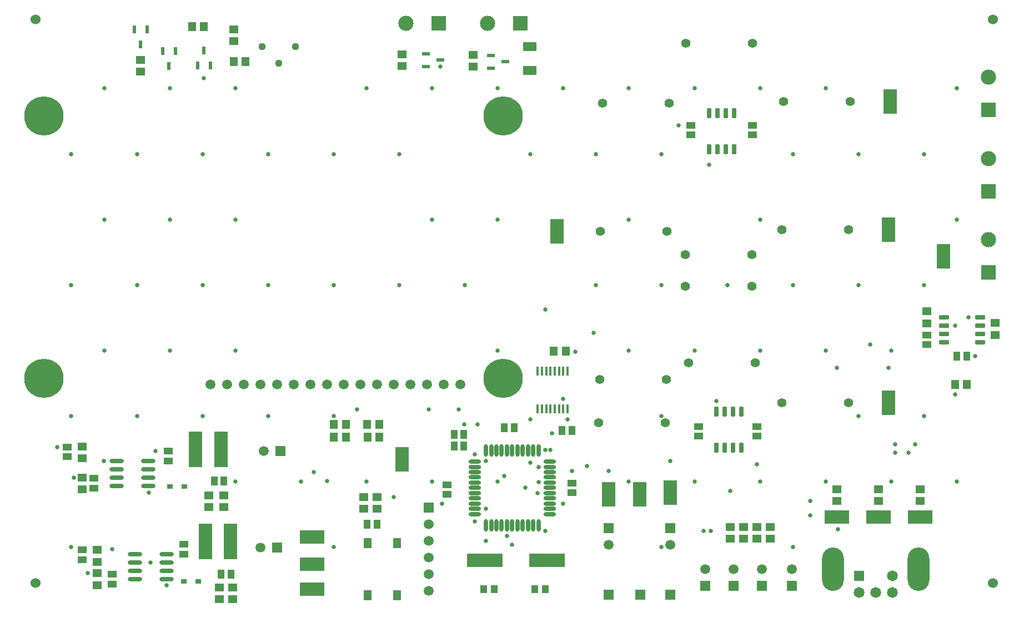
<source format=gbr>
%TF.GenerationSoftware,Altium Limited,Altium Designer,22.7.1 (60)*%
G04 Layer_Color=8388736*
%FSLAX43Y43*%
%MOMM*%
%TF.SameCoordinates,2ABDD118-431D-4485-972F-9944B14BA474*%
%TF.FilePolarity,Negative*%
%TF.FileFunction,Soldermask,Top*%
%TF.Part,Single*%
G01*
G75*
%TA.AperFunction,SMDPad,CuDef*%
%ADD10R,0.600X1.150*%
%ADD11R,3.800X2.030*%
%ADD12R,1.150X0.600*%
%ADD13R,0.840X0.740*%
%ADD14R,2.030X1.400*%
%ADD15R,5.500X2.000*%
%ADD16R,0.350X1.400*%
%ADD17R,1.400X1.100*%
%ADD18R,2.030X3.800*%
%ADD19R,1.400X1.200*%
%ADD20R,1.100X1.400*%
G04:AMPARAMS|DCode=21|XSize=0.6mm|YSize=1.45mm|CornerRadius=0.051mm|HoleSize=0mm|Usage=FLASHONLY|Rotation=90.000|XOffset=0mm|YOffset=0mm|HoleType=Round|Shape=RoundedRectangle|*
%AMROUNDEDRECTD21*
21,1,0.600,1.348,0,0,90.0*
21,1,0.498,1.450,0,0,90.0*
1,1,0.102,0.674,0.249*
1,1,0.102,0.674,-0.249*
1,1,0.102,-0.674,-0.249*
1,1,0.102,-0.674,0.249*
%
%ADD21ROUNDEDRECTD21*%
%ADD22R,1.200X1.400*%
G04:AMPARAMS|DCode=23|XSize=0.6mm|YSize=1.45mm|CornerRadius=0.051mm|HoleSize=0mm|Usage=FLASHONLY|Rotation=0.000|XOffset=0mm|YOffset=0mm|HoleType=Round|Shape=RoundedRectangle|*
%AMROUNDEDRECTD23*
21,1,0.600,1.348,0,0,0.0*
21,1,0.498,1.450,0,0,0.0*
1,1,0.102,0.249,-0.674*
1,1,0.102,-0.249,-0.674*
1,1,0.102,-0.249,0.674*
1,1,0.102,0.249,0.674*
%
%ADD23ROUNDEDRECTD23*%
%ADD24O,0.600X1.900*%
%ADD25O,1.900X0.600*%
%ADD26O,2.200X0.600*%
%ADD27R,2.150X5.500*%
%ADD28R,1.000X1.300*%
%ADD29R,1.300X1.550*%
%TA.AperFunction,ComponentPad*%
%ADD32O,3.316X6.632*%
%ADD33C,1.650*%
%ADD34R,1.650X1.650*%
%ADD35C,1.120*%
%ADD36C,1.500*%
%ADD37C,6.000*%
%ADD38R,1.500X1.500*%
%ADD39C,2.325*%
%ADD40R,2.325X2.325*%
%ADD41R,2.325X2.325*%
%ADD42R,1.500X1.500*%
%ADD43C,1.400*%
%TA.AperFunction,ViaPad*%
%ADD44C,1.524*%
%ADD45C,0.650*%
D10*
X30226Y85772D02*
D03*
X31176Y83522D02*
D03*
X29276D02*
D03*
X24892Y83457D02*
D03*
X23942Y85707D02*
D03*
X25842D02*
D03*
X20574Y86759D02*
D03*
X19624Y89009D02*
D03*
X21524D02*
D03*
D11*
X46736Y11511D02*
D03*
X139446Y14606D02*
D03*
X133096D02*
D03*
X126746D02*
D03*
X46736Y3556D02*
D03*
Y7366D02*
D03*
D12*
X66294Y84328D02*
D03*
X64044Y83378D02*
D03*
Y85278D02*
D03*
X76200Y84074D02*
D03*
X73950Y83124D02*
D03*
Y85024D02*
D03*
D13*
X29378Y4745D02*
D03*
X27178D02*
D03*
X27262Y19223D02*
D03*
X25062D02*
D03*
D14*
X79906Y86422D02*
D03*
Y82742D02*
D03*
D15*
X73050Y7950D02*
D03*
X82550D02*
D03*
D16*
X85657Y36830D02*
D03*
X85007D02*
D03*
X84357D02*
D03*
X83707D02*
D03*
X83057D02*
D03*
X82407D02*
D03*
X81757D02*
D03*
X81107D02*
D03*
Y31080D02*
D03*
X81757D02*
D03*
X82407D02*
D03*
X83057D02*
D03*
X83707D02*
D03*
X84357D02*
D03*
X85007D02*
D03*
X85657D02*
D03*
D17*
X86360Y19800D02*
D03*
Y18300D02*
D03*
X16256Y5842D02*
D03*
Y4342D02*
D03*
X27178Y10436D02*
D03*
Y8936D02*
D03*
X140462Y42396D02*
D03*
Y40896D02*
D03*
X113854Y74410D02*
D03*
Y72910D02*
D03*
X104456Y72898D02*
D03*
Y74398D02*
D03*
X114554Y26936D02*
D03*
Y28436D02*
D03*
X105664Y26936D02*
D03*
Y28436D02*
D03*
X67310Y19534D02*
D03*
Y18034D02*
D03*
X11684Y8071D02*
D03*
Y9571D02*
D03*
X13462Y20481D02*
D03*
Y18981D02*
D03*
X9398Y23795D02*
D03*
Y25295D02*
D03*
X24769Y24660D02*
D03*
Y23160D02*
D03*
D18*
X101346Y18300D02*
D03*
X96645Y18034D02*
D03*
X91948D02*
D03*
X143002Y54356D02*
D03*
X134874Y77978D02*
D03*
X84074Y58166D02*
D03*
X60452Y23368D02*
D03*
X134620Y32004D02*
D03*
Y58420D02*
D03*
D19*
X33274Y17918D02*
D03*
Y16118D02*
D03*
X30988D02*
D03*
Y17918D02*
D03*
X34584Y2032D02*
D03*
Y3832D02*
D03*
X32552Y2032D02*
D03*
Y3832D02*
D03*
X13970Y9571D02*
D03*
Y7771D02*
D03*
X150876Y44196D02*
D03*
Y42396D02*
D03*
X140462Y45985D02*
D03*
Y44185D02*
D03*
X139446Y17008D02*
D03*
Y18808D02*
D03*
X133096Y17008D02*
D03*
Y18808D02*
D03*
X126746Y17008D02*
D03*
Y18808D02*
D03*
X116586Y11304D02*
D03*
Y13104D02*
D03*
X114554Y11304D02*
D03*
Y13104D02*
D03*
X110490Y11304D02*
D03*
Y13104D02*
D03*
X34798Y87238D02*
D03*
Y89038D02*
D03*
X20574Y84350D02*
D03*
Y82550D02*
D03*
X56642Y15864D02*
D03*
Y17664D02*
D03*
X54610Y15864D02*
D03*
Y17664D02*
D03*
X13970Y6015D02*
D03*
Y4215D02*
D03*
X11684Y20631D02*
D03*
Y18831D02*
D03*
Y25341D02*
D03*
Y23541D02*
D03*
X71270Y85112D02*
D03*
Y83312D02*
D03*
X60452Y85228D02*
D03*
Y83428D02*
D03*
X112522Y11304D02*
D03*
Y13104D02*
D03*
D20*
X31774Y20066D02*
D03*
X33274D02*
D03*
X32806Y5842D02*
D03*
X34306D02*
D03*
X145046Y39116D02*
D03*
X146546D02*
D03*
X77532Y28194D02*
D03*
X76032D02*
D03*
X69850Y25400D02*
D03*
X68350D02*
D03*
X69850Y27236D02*
D03*
X68350D02*
D03*
X55130Y13462D02*
D03*
X56630D02*
D03*
X86310Y27845D02*
D03*
X84810D02*
D03*
D21*
X148521Y41275D02*
D03*
Y42545D02*
D03*
Y43815D02*
D03*
Y45085D02*
D03*
X143071Y41275D02*
D03*
Y42545D02*
D03*
Y43815D02*
D03*
Y45085D02*
D03*
D22*
X144758Y34798D02*
D03*
X146558D02*
D03*
X34776Y84074D02*
D03*
X36576D02*
D03*
X30226Y89408D02*
D03*
X28426D02*
D03*
X55154Y26812D02*
D03*
X56954D02*
D03*
X55118Y28702D02*
D03*
X56918D02*
D03*
X51838Y26812D02*
D03*
X50038D02*
D03*
X51838Y28702D02*
D03*
X50038D02*
D03*
X85366Y39878D02*
D03*
X83566D02*
D03*
D23*
X107250Y70750D02*
D03*
X108520D02*
D03*
X109790D02*
D03*
X111060D02*
D03*
X107250Y76200D02*
D03*
X108520D02*
D03*
X109790D02*
D03*
X111060D02*
D03*
X108331Y25215D02*
D03*
X109601D02*
D03*
X110871D02*
D03*
X112141D02*
D03*
X108331Y30665D02*
D03*
X109601D02*
D03*
X110871D02*
D03*
X112141D02*
D03*
D24*
X81216Y24750D02*
D03*
X80416D02*
D03*
X79616D02*
D03*
X78816D02*
D03*
X78016D02*
D03*
X77216D02*
D03*
X76416D02*
D03*
X75616D02*
D03*
X74816D02*
D03*
X74016D02*
D03*
X73216D02*
D03*
Y13350D02*
D03*
X74016D02*
D03*
X74816D02*
D03*
X75616D02*
D03*
X76416D02*
D03*
X77216D02*
D03*
X78016D02*
D03*
X78816D02*
D03*
X79616D02*
D03*
X80416D02*
D03*
X81216D02*
D03*
D25*
X71516Y23050D02*
D03*
Y22250D02*
D03*
Y21450D02*
D03*
Y20650D02*
D03*
Y19850D02*
D03*
Y19050D02*
D03*
Y18250D02*
D03*
Y17450D02*
D03*
Y16650D02*
D03*
Y15850D02*
D03*
Y15050D02*
D03*
X82916D02*
D03*
Y15850D02*
D03*
Y16650D02*
D03*
Y17450D02*
D03*
Y18250D02*
D03*
Y19050D02*
D03*
Y19850D02*
D03*
Y20650D02*
D03*
Y21450D02*
D03*
Y22250D02*
D03*
Y23050D02*
D03*
D26*
X19698Y8936D02*
D03*
Y7666D02*
D03*
Y6396D02*
D03*
Y5126D02*
D03*
X24498Y8936D02*
D03*
Y7666D02*
D03*
Y6396D02*
D03*
Y5126D02*
D03*
X21704Y19350D02*
D03*
Y20620D02*
D03*
Y21890D02*
D03*
Y23160D02*
D03*
X16904Y19350D02*
D03*
Y20620D02*
D03*
Y21890D02*
D03*
Y23160D02*
D03*
D27*
X34290Y10841D02*
D03*
X30440D02*
D03*
X28956Y24892D02*
D03*
X32806D02*
D03*
D28*
X72898Y3556D02*
D03*
X74498D02*
D03*
X82296D02*
D03*
X80696D02*
D03*
D29*
X59654Y10579D02*
D03*
X55154D02*
D03*
X59654Y2629D02*
D03*
X55154D02*
D03*
D32*
X139192Y6616D02*
D03*
X126092D02*
D03*
D33*
X135142Y5616D02*
D03*
X132642Y3116D02*
D03*
X135142D02*
D03*
X130142D02*
D03*
D34*
Y5616D02*
D03*
D35*
X39124Y86386D02*
D03*
X41664Y83846D02*
D03*
X44204Y86386D02*
D03*
D36*
X69342Y34798D02*
D03*
X66802D02*
D03*
X64262D02*
D03*
X61722D02*
D03*
X59182D02*
D03*
X56642D02*
D03*
X54102D02*
D03*
X51562D02*
D03*
X49022D02*
D03*
X46482D02*
D03*
X43942D02*
D03*
X41402D02*
D03*
X38862D02*
D03*
X36322D02*
D03*
X33782D02*
D03*
X31242D02*
D03*
X101346Y10333D02*
D03*
X91948Y10333D02*
D03*
X38862Y9906D02*
D03*
X39370Y24638D02*
D03*
X64516Y3302D02*
D03*
Y5842D02*
D03*
Y8382D02*
D03*
Y10922D02*
D03*
Y13462D02*
D03*
X119888Y6616D02*
D03*
X115316D02*
D03*
X110998D02*
D03*
X106680D02*
D03*
D37*
X75842Y35798D02*
D03*
Y75798D02*
D03*
X5842D02*
D03*
Y35798D02*
D03*
D38*
X91948Y2713D02*
D03*
X41402Y9906D02*
D03*
X41910Y24638D02*
D03*
X101346Y2713D02*
D03*
X96774Y2725D02*
D03*
D39*
X149860Y56896D02*
D03*
Y69262D02*
D03*
Y81708D02*
D03*
X73486Y89916D02*
D03*
X61040Y89916D02*
D03*
D40*
X149860Y51896D02*
D03*
Y64262D02*
D03*
Y76708D02*
D03*
D41*
X78486Y89916D02*
D03*
X66040Y89916D02*
D03*
D42*
X101346Y12873D02*
D03*
X91948Y12873D02*
D03*
X64516Y16002D02*
D03*
X119888Y4076D02*
D03*
X115316D02*
D03*
X110998D02*
D03*
X106680D02*
D03*
D43*
X128778Y77978D02*
D03*
X118618D02*
D03*
X113854Y86868D02*
D03*
X103694D02*
D03*
X101154Y77724D02*
D03*
X90994D02*
D03*
X118364Y32004D02*
D03*
X128524D02*
D03*
X104140Y38100D02*
D03*
X114300D02*
D03*
X100722Y35560D02*
D03*
X90562D02*
D03*
X90424Y28956D02*
D03*
X100584D02*
D03*
X128524Y58420D02*
D03*
X118364D02*
D03*
X100838Y58166D02*
D03*
X90678D02*
D03*
X113792Y54610D02*
D03*
X103632D02*
D03*
Y49784D02*
D03*
X113792D02*
D03*
D44*
X4500Y4500D02*
D03*
X150500D02*
D03*
Y90500D02*
D03*
X4500D02*
D03*
D45*
X66294Y83312D02*
D03*
X83057Y24834D02*
D03*
X83312Y27391D02*
D03*
X30226Y81534D02*
D03*
X49022Y20066D02*
D03*
X145000Y80000D02*
D03*
X140000Y70000D02*
D03*
X145000Y60000D02*
D03*
X140000Y50000D02*
D03*
Y30000D02*
D03*
X145000Y20000D02*
D03*
X130000Y70000D02*
D03*
Y50000D02*
D03*
X135000Y40000D02*
D03*
X130000Y30000D02*
D03*
X135000Y20000D02*
D03*
X125000Y80000D02*
D03*
X120000Y70000D02*
D03*
Y50000D02*
D03*
X125000Y40000D02*
D03*
Y20000D02*
D03*
X120000Y10000D02*
D03*
X115000Y80000D02*
D03*
Y60000D02*
D03*
X110000Y50000D02*
D03*
X115000Y40000D02*
D03*
Y20000D02*
D03*
X105000Y80000D02*
D03*
X100000Y70000D02*
D03*
Y50000D02*
D03*
X105000Y40000D02*
D03*
X100000Y30000D02*
D03*
X105000Y20000D02*
D03*
X100000Y10000D02*
D03*
X95000Y80000D02*
D03*
X90000Y70000D02*
D03*
X95000Y60000D02*
D03*
X90000Y50000D02*
D03*
X95000Y40000D02*
D03*
Y20000D02*
D03*
X85000Y80000D02*
D03*
X80000Y70000D02*
D03*
X75000Y80000D02*
D03*
Y60000D02*
D03*
X70000Y50000D02*
D03*
X75000Y40000D02*
D03*
Y20000D02*
D03*
X65000Y80000D02*
D03*
X60000Y70000D02*
D03*
X65000Y60000D02*
D03*
X60000Y50000D02*
D03*
X65000Y20000D02*
D03*
X55000Y80000D02*
D03*
X50000Y70000D02*
D03*
Y50000D02*
D03*
Y30000D02*
D03*
X55000Y20000D02*
D03*
X50000Y10000D02*
D03*
X40000Y70000D02*
D03*
Y50000D02*
D03*
Y30000D02*
D03*
X45000Y20000D02*
D03*
X35000Y80000D02*
D03*
X30000Y70000D02*
D03*
X35000Y60000D02*
D03*
X30000Y50000D02*
D03*
X35000Y40000D02*
D03*
X30000Y30000D02*
D03*
X35000Y20000D02*
D03*
X25000Y80000D02*
D03*
X20000Y70000D02*
D03*
X25000Y60000D02*
D03*
X20000Y50000D02*
D03*
X25000Y40000D02*
D03*
X20000Y30000D02*
D03*
X15000Y80000D02*
D03*
X10000Y70000D02*
D03*
X15000Y60000D02*
D03*
X10000Y50000D02*
D03*
X15000Y40000D02*
D03*
X10000Y30000D02*
D03*
Y10000D02*
D03*
X46990Y21450D02*
D03*
X122682Y14817D02*
D03*
X101346Y23114D02*
D03*
X24521Y4215D02*
D03*
X126854Y12700D02*
D03*
X122682Y17008D02*
D03*
X76032Y20828D02*
D03*
X53594Y30988D02*
D03*
X86868Y39814D02*
D03*
X89662Y42672D02*
D03*
X69088Y30988D02*
D03*
X64516D02*
D03*
X73216Y23114D02*
D03*
X82232Y46228D02*
D03*
X88646Y22352D02*
D03*
X59182Y17636D02*
D03*
X79248Y19050D02*
D03*
X82232Y24834D02*
D03*
X85007Y32608D02*
D03*
X85657Y29528D02*
D03*
X80010Y29464D02*
D03*
X71516Y24130D02*
D03*
X82296Y12446D02*
D03*
X76416Y11684D02*
D03*
X81216Y19900D02*
D03*
X81107Y18250D02*
D03*
X85007Y16650D02*
D03*
X114554Y22606D02*
D03*
X91891Y21590D02*
D03*
X110490Y18542D02*
D03*
X71916Y28702D02*
D03*
X69865D02*
D03*
X86360Y21590D02*
D03*
X107499Y12446D02*
D03*
X106426D02*
D03*
X102616Y74398D02*
D03*
X131826Y40896D02*
D03*
X108331Y32258D02*
D03*
X107250Y68326D02*
D03*
X73216Y10936D02*
D03*
X71516Y13934D02*
D03*
X73177Y15825D02*
D03*
X77216Y10333D02*
D03*
X66548Y16650D02*
D03*
X146812Y45085D02*
D03*
X147828Y39116D02*
D03*
X144780Y43815D02*
D03*
Y33274D02*
D03*
X126746Y37338D02*
D03*
X134620D02*
D03*
X138684Y25654D02*
D03*
X137668Y24384D02*
D03*
X135636Y25654D02*
D03*
Y24384D02*
D03*
X80010Y22860D02*
D03*
X81216Y22250D02*
D03*
X7874Y25295D02*
D03*
X21844Y18288D02*
D03*
X10414Y20631D02*
D03*
X22860Y24660D02*
D03*
X14986Y23160D02*
D03*
X12468Y6015D02*
D03*
X16256Y9652D02*
D03*
X22098Y7666D02*
D03*
%TF.MD5,86cfa12d993434457d0092909ff0348b*%
M02*

</source>
